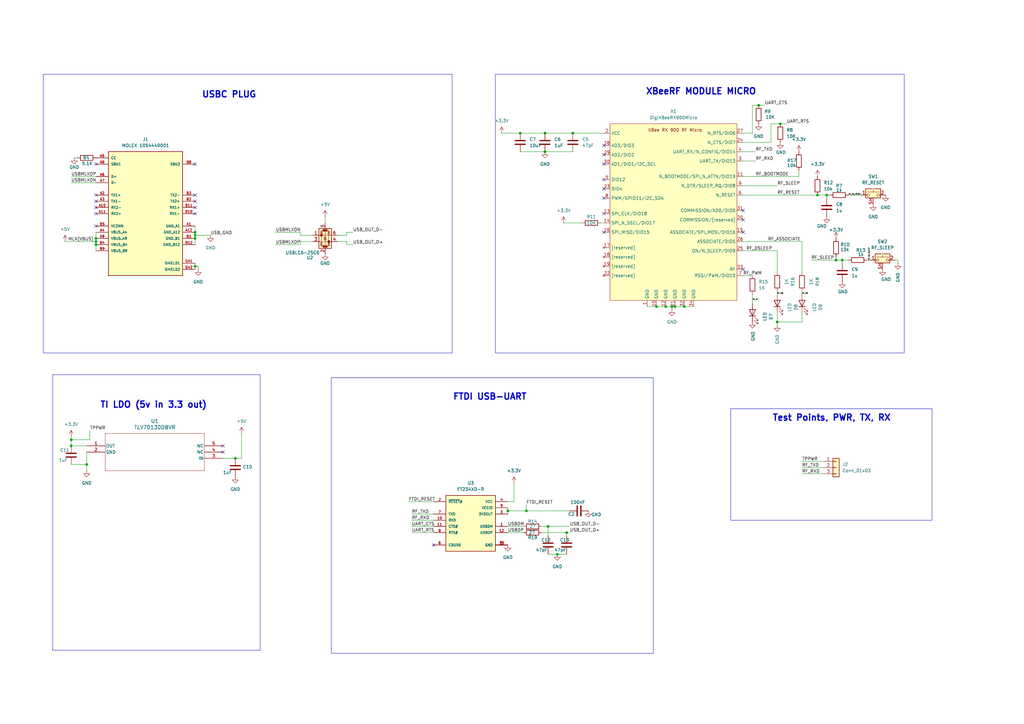
<source format=kicad_sch>
(kicad_sch (version 20231120) (generator "eeschema") (generator_version "8.0")
  (paper "A3")
  (lib_symbols
    (symbol "Connector_Generic:Conn_01x03" (pin_names (offset 1.016) hide)
      (property "Reference" "J" (at 0 5.08 0))
      (property "Value" "Conn_01x03" (at 0 -5.08 0))
      (symbol "Conn_01x03_1_1"
        (rectangle (start -1.27 -2.413) (end 0 -2.667) (stroke (width 0.1524)))
        (rectangle (start -1.27 0.127) (end 0 -0.127) (stroke (width 0.1524)))
        (rectangle (start -1.27 2.667) (end 0 2.413) (stroke (width 0.1524)))
        (rectangle (start -1.27 3.81) (end 1.27 -3.81) (stroke (width 0.254)) (fill (type background)))
        (pin passive line (at -5.08 2.54 0) (length 3.81) (name "Pin_1") (number "1"))
        (pin passive line (at -5.08 0 0) (length 3.81) (name "Pin_2") (number "2"))
        (pin passive line (at -5.08 -2.54 0) (length 3.81) (name "Pin_3") (number "3"))
      )
    )
    (symbol "Device:C" (pin_numbers hide) (pin_names (offset 0.254))
      (property "Reference" "C" (at 0.635 2.54 0))
      (property "Value" "C" (at 0.635 -2.54 0))
      (symbol "C_0_1"
        (polyline (pts (xy -2.032 -0.762) (xy 2.032 -0.762)) (stroke (width 0.508)))
        (polyline (pts (xy -2.032 0.762) (xy 2.032 0.762)) (stroke (width 0.508)))
      )
      (symbol "C_1_1"
        (pin passive line (at 0 3.81 270) (length 2.794) (name "~") (number "1"))
        (pin passive line (at 0 -3.81 90) (length 2.794) (name "~") (number "2"))
      )
    )
    (symbol "Device:LED" (pin_numbers hide) (pin_names (offset 1.016) hide)
      (property "Reference" "D" (at 0 2.54 0))
      (property "Value" "LED" (at 0 -2.54 0))
      (symbol "LED_0_1"
        (polyline (pts (xy -1.27 -1.27) (xy -1.27 1.27)) (stroke (width 0.254)))
        (polyline (pts (xy -1.27 0) (xy 1.27 0)))
        (polyline (pts (xy 1.27 -1.27) (xy 1.27 1.27) (xy -1.27 0) (xy 1.27 -1.27)) (stroke (width 0.254)))
        (polyline (pts (xy -3.048 -0.762) (xy -4.572 -2.286) (xy -3.81 -2.286) (xy -4.572 -2.286) (xy -4.572 -1.524)))
        (polyline (pts (xy -1.778 -0.762) (xy -3.302 -2.286) (xy -2.54 -2.286) (xy -3.302 -2.286) (xy -3.302 -1.524)))
      )
      (symbol "LED_1_1"
        (pin passive line (at -3.81 0 0) (length 2.54) (name "K") (number "1"))
        (pin passive line (at 3.81 0 180) (length 2.54) (name "A") (number "2"))
      )
    )
    (symbol "Device:R" (pin_numbers hide) (pin_names (offset 0))
      (property "Reference" "R" (at 2.032 0 90))
      (property "Value" "R" (at 0 0 90))
      (symbol "R_0_1"
        (rectangle (start -1.016 -2.54) (end 1.016 2.54) (stroke (width 0.254)))
      )
      (symbol "R_1_1"
        (pin passive line (at 0 3.81 270) (length 1.27) (name "~") (number "1"))
        (pin passive line (at 0 -3.81 90) (length 1.27) (name "~") (number "2"))
      )
    )
    (symbol "FTDIBridge:FT234XD-R" (pin_names (offset 1.016))
      (property "Reference" "U" (at -10.16 13.97 0))
      (property "Value" "FT234XD-R" (at -10.16 -11.43 0))
      (symbol "FT234XD-R_0_0"
        (rectangle (start -10.16 -10.16) (end 10.16 12.7) (stroke (width 0.254)) (fill (type background)))
        (pin bidirectional line (at 15.24 0 180) (length 5.08) (name "USBDM") (number "1"))
        (pin input line (at -15.24 2.54 0) (length 5.08) (name "RXD") (number "10"))
        (pin input line (at -15.24 0 0) (length 5.08) (name "CTS#") (number "11"))
        (pin bidirectional line (at 15.24 -2.54 180) (length 5.08) (name "USBDP") (number "12"))
        (pin power_in line (at 15.24 -7.62 180) (length 5.08) (name "GND") (number "13"))
        (pin input line (at -15.24 10.16 0) (length 5.08) (name "~{RESET}#") (number "2"))
        (pin output line (at 15.24 5.08 180) (length 5.08) (name "3V3OUT") (number "3"))
        (pin power_in line (at 15.24 10.16 180) (length 5.08) (name "VCC") (number "4"))
        (pin power_in line (at 15.24 -7.62 180) (length 5.08) (name "GND") (number "5"))
        (pin bidirectional line (at -15.24 -7.62 0) (length 5.08) (name "CBUS0") (number "6"))
        (pin output line (at -15.24 5.08 0) (length 5.08) (name "TXD") (number "7"))
        (pin output line (at -15.24 -2.54 0) (length 5.08) (name "RTS#") (number "8"))
        (pin power_in line (at 15.24 7.62 180) (length 5.08) (name "VCCIO") (number "9"))
      )
    )
    (symbol "FinalLDO:TLV70130DBVR" (pin_names (offset 0.254))
      (property "Reference" "U" (at 27.94 10.16 0))
      (property "Value" "TLV70130DBVR" (at 27.94 7.62 0))
      (symbol "TLV70130DBVR_0_1"
        (polyline (pts (xy 7.62 -10.16) (xy 48.26 -10.16)) (stroke (width 0.127)))
        (polyline (pts (xy 7.62 5.08) (xy 7.62 -10.16)) (stroke (width 0.127)))
        (polyline (pts (xy 48.26 -10.16) (xy 48.26 5.08)) (stroke (width 0.127)))
        (polyline (pts (xy 48.26 5.08) (xy 7.62 5.08)) (stroke (width 0.127)))
        (pin output line (at 0 0 0) (length 7.62) (name "OUT") (number "1"))
        (pin power_in line (at 0 -2.54 0) (length 7.62) (name "GND") (number "2"))
        (pin input line (at 55.88 -5.08 180) (length 7.62) (name "IN") (number "3"))
        (pin unspecified line (at 55.88 -2.54 180) (length 7.62) (name "NC") (number "4"))
        (pin unspecified line (at 55.88 0 180) (length 7.62) (name "NC") (number "5"))
      )
    )
    (symbol "Molex USBC:1054440001" (pin_names (offset 1.016))
      (property "Reference" "J" (at -15.24 26.162 0))
      (property "Value" "1054440001" (at -15.24 -27.94 0))
      (symbol "1054440001_0_0"
        (rectangle (start -15.24 -25.4) (end 15.24 25.4) (stroke (width 0.254)) (fill (type background)))
        (pin power_in line (at 20.32 -5.08 180) (length 5.08) (name "GND_A1") (number "A1"))
        (pin bidirectional line (at -20.32 2.54 0) (length 5.08) (name "RX2-") (number "A10"))
        (pin bidirectional line (at -20.32 0 0) (length 5.08) (name "RX2+") (number "A11"))
        (pin power_in line (at 20.32 -7.62 180) (length 5.08) (name "GND_A12") (number "A12"))
        (pin bidirectional line (at -20.32 7.62 0) (length 5.08) (name "TX1+") (number "A2"))
        (pin bidirectional line (at -20.32 5.08 0) (length 5.08) (name "TX1-") (number "A3"))
        (pin power_in line (at -20.32 -7.62 0) (length 5.08) (name "VBUS_A4") (number "A4"))
        (pin bidirectional line (at -20.32 22.86 0) (length 5.08) (name "CC") (number "A5"))
        (pin bidirectional line (at -20.32 15.24 0) (length 5.08) (name "D+") (number "A6"))
        (pin bidirectional line (at -20.32 12.7 0) (length 5.08) (name "D-") (number "A7"))
        (pin bidirectional line (at -20.32 20.32 0) (length 5.08) (name "SBU1") (number "A8"))
        (pin power_in line (at -20.32 -10.16 0) (length 5.08) (name "VBUS_A9") (number "A9"))
        (pin power_in line (at 20.32 -10.16 180) (length 5.08) (name "GND_B1") (number "B1"))
        (pin bidirectional line (at 20.32 0 180) (length 5.08) (name "RX1-") (number "B10"))
        (pin bidirectional line (at 20.32 2.54 180) (length 5.08) (name "RX1+") (number "B11"))
        (pin power_in line (at 20.32 -12.7 180) (length 5.08) (name "GND_B12") (number "B12"))
        (pin bidirectional line (at 20.32 5.08 180) (length 5.08) (name "TX2+") (number "B2"))
        (pin bidirectional line (at 20.32 7.62 180) (length 5.08) (name "TX2-") (number "B3"))
        (pin power_in line (at -20.32 -12.7 0) (length 5.08) (name "VBUS_B4") (number "B4"))
        (pin power_in line (at -20.32 -5.08 0) (length 5.08) (name "VCONN") (number "B5"))
        (pin bidirectional line (at 20.32 20.32 180) (length 5.08) (name "SBU2") (number "B8"))
        (pin power_in line (at -20.32 -15.24 0) (length 5.08) (name "VBUS_B9") (number "B9"))
        (pin passive line (at 20.32 -20.32 180) (length 5.08) (name "SHIELD1") (number "SH1"))
        (pin passive line (at 20.32 -22.86 180) (length 5.08) (name "SHIELD2") (number "SH2"))
      )
    )
    (symbol "Power_Protection:USBLC6-2SC6" (pin_names hide)
      (property "Reference" "U" (at 0.635 5.715 0))
      (property "Value" "USBLC6-2SC6" (at 0.635 3.81 0))
      (symbol "USBLC6-2SC6_0_0"
        (circle (center -1.524 0) (radius 0.0001) (stroke (width 0.508)))
        (circle (center -0.508 -4.572) (radius 0.0001) (stroke (width 0.508)))
        (circle (center -0.508 2.032) (radius 0.0001) (stroke (width 0.508)))
        (circle (center 0.508 -4.572) (radius 0.0001) (stroke (width 0.508)))
        (circle (center 0.508 2.032) (radius 0.0001) (stroke (width 0.508)))
        (circle (center 1.524 -2.54) (radius 0.0001) (stroke (width 0.508)))
      )
      (symbol "USBLC6-2SC6_0_1"
        (polyline (pts (xy -2.54 -2.54) (xy 2.54 -2.54)))
        (polyline (pts (xy -2.54 0) (xy 2.54 0)))
        (polyline (pts (xy -2.032 -3.048) (xy -1.016 -3.048)))
        (polyline (pts (xy -1.016 1.524) (xy -2.032 1.524)))
        (polyline (pts (xy 1.016 -3.048) (xy 2.032 -3.048)))
        (polyline (pts (xy 1.016 1.524) (xy 2.032 1.524)))
        (polyline (pts (xy -0.508 -1.143) (xy -0.508 -0.762) (xy 0.508 -0.762)))
        (polyline (pts (xy -2.032 0.508) (xy -1.016 0.508) (xy -1.524 1.524) (xy -2.032 0.508)))
        (polyline (pts (xy -1.016 -4.064) (xy -2.032 -4.064) (xy -1.524 -3.048) (xy -1.016 -4.064)))
        (polyline (pts (xy 0.508 -1.778) (xy -0.508 -1.778) (xy 0 -0.762) (xy 0.508 -1.778)))
        (polyline (pts (xy 2.032 -4.064) (xy 1.016 -4.064) (xy 1.524 -3.048) (xy 2.032 -4.064)))
        (polyline (pts (xy 2.032 0.508) (xy 1.016 0.508) (xy 1.524 1.524) (xy 2.032 0.508)))
        (polyline (pts (xy 0 2.54) (xy -0.508 2.032) (xy 0.508 2.032) (xy 0 1.524) (xy 0 -4.064) (xy -0.508 -4.572) (xy 0.508 -4.572) (xy 0 -5.08)))
      )
      (symbol "USBLC6-2SC6_1_1"
        (rectangle (start -2.54 2.794) (end 2.54 -5.334) (stroke (width 0.254)) (fill (type background)))
        (polyline (pts (xy -0.508 2.032) (xy -1.524 2.032) (xy -1.524 -4.572) (xy -0.508 -4.572)))
        (polyline (pts (xy 0.508 -4.572) (xy 1.524 -4.572) (xy 1.524 2.032) (xy 0.508 2.032)))
        (pin passive line (at -5.08 0 0) (length 2.54) (name "I/O1") (number "1"))
        (pin passive line (at 0 -7.62 90) (length 2.54) (name "GND") (number "2"))
        (pin passive line (at -5.08 -2.54 0) (length 2.54) (name "I/O2") (number "3"))
        (pin passive line (at 5.08 -2.54 180) (length 2.54) (name "I/O2") (number "4"))
        (pin passive line (at 0 5.08 270) (length 2.54) (name "VBUS") (number "5"))
        (pin passive line (at 5.08 0 180) (length 2.54) (name "I/O1") (number "6"))
      )
    )
    (symbol "Switch:CK_KMS2xxG" (pin_names (offset 1.016) hide)
      (property "Reference" "SW" (at 4.318 2.032 0))
      (property "Value" "CK_KMS2xxG" (at 0 4.572 0))
      (symbol "CK_KMS2xxG_0_1"
        (circle (center -2.032 0) (radius 0.508))
        (polyline (pts (xy 0 1.27) (xy 0 3.048)))
        (polyline (pts (xy 2.54 1.27) (xy -2.54 1.27)))
        (polyline (pts (xy 0.508 2.54) (xy 3.048 2.54) (xy 3.048 -1.143) (xy -3.048 -1.143) (xy -3.048 2.54) (xy -0.508 2.54)) (stroke (width -0.0254)))
        (polyline (pts (xy 0.508 2.54) (xy 3.048 2.54) (xy 3.048 -1.143) (xy -3.048 -1.143) (xy -3.048 2.54) (xy -0.508 2.54)) (stroke (width 0.254)))
        (circle (center 2.032 0) (radius 0.508))
        (pin passive line (at -5.08 0 0) (length 2.54) (name "1") (number "1"))
        (pin passive line (at 5.08 0 180) (length 2.54) (name "2") (number "2"))
      )
      (symbol "CK_KMS2xxG_1_1"
        (rectangle (start -3.048 2.54) (end 3.048 -1.27) (stroke (width -0.0254)) (fill (type background)))
        (pin passive line (at 0 -3.81 90) (length 2.54) (name "B") (number "SH"))
      )
    )
    (symbol "power:+3.3V" (power) (pin_numbers hide) (pin_names (offset 0) hide)
      (property "Value" "+3.3V" (at 0 3.556 0))
      (symbol "+3.3V_0_1"
        (polyline (pts (xy -0.762 1.27) (xy 0 2.54)))
        (polyline (pts (xy 0 0) (xy 0 2.54)))
        (polyline (pts (xy 0 2.54) (xy 0.762 1.27)))
      )
      (symbol "+3.3V_1_1"
        (pin power_in line (at 0 0 90) (length 0) (name "~") (number "1"))
      )
    )
    (symbol "power:+5V" (power) (pin_numbers hide) (pin_names (offset 0) hide)
      (property "Value" "+5V" (at 0 3.556 0))
      (symbol "+5V_0_1"
        (polyline (pts (xy -0.762 1.27) (xy 0 2.54)))
        (polyline (pts (xy 0 0) (xy 0 2.54)))
        (polyline (pts (xy 0 2.54) (xy 0.762 1.27)))
      )
      (symbol "+5V_1_1"
        (pin power_in line (at 0 0 90) (length 0) (name "~") (number "1"))
      )
    )
    (symbol "power:GND" (power) (pin_numbers hide) (pin_names (offset 0) hide)
      (property "Value" "GND" (at 0 -3.81 0))
      (symbol "GND_0_1"
        (polyline (pts (xy 0 0) (xy 0 -1.27) (xy 1.27 -1.27) (xy 0 -2.54) (xy -1.27 -1.27) (xy 0 -1.27)))
      )
      (symbol "GND_1_1"
        (pin power_in line (at 0 0 270) (length 0) (name "~") (number "1"))
      )
    )
    (symbol "xBeeRFSymbol:DigiXBeeRX900Micro"
      (property "Reference" "X" (at 0 37.338 0))
      (property "Value" "DigiXBeeRX900Micro" (at -17.272 44.196 0))
      (symbol "DigiXBeeRX900Micro_0_0"
        (pin power_in line (at -11.43 -39.37 90) (length 2.54) (name "GND") (number "1"))
        (pin power_in line (at -7.62 -39.37 90) (length 2.54) (name "GND") (number "10"))
        (pin output line (at 27.94 13.97 180) (length 2.54) (name "N_BOOTMODE/SPI_N_ATTN/DIO19") (number "11"))
        (pin power_in line (at -3.81 -39.37 90) (length 2.54) (name "GND") (number "12"))
        (pin input line (at -29.21 -1.27 0) (length 2.54) (name "SPI_CLK/DIO18") (number "13"))
        (pin input line (at -29.21 -5.08 0) (length 2.54) (name "SPI_N_SSEL/DIO17") (number "14"))
        (pin input line (at 27.94 -8.89 180) (length 2.54) (name "ASSOCIATE/SPI_MOSI/DIO16") (number "15"))
        (pin output line (at -29.21 -8.89 0) (length 2.54) (name "SPI_MISO/DIO15") (number "16"))
        (pin no_connect line (at -29.21 -15.24 0) (length 2.54) (name "[reserved]") (number "17"))
        (pin no_connect line (at -29.21 -19.05 0) (length 2.54) (name "[reserved]") (number "18"))
        (pin no_connect line (at -29.21 -22.86 0) (length 2.54) (name "[reserved]") (number "19"))
        (pin power_in line (at -29.21 31.75 0) (length 2.54) (name "VCC") (number "2"))
        (pin input line (at 27.94 -3.81 180) (length 2.54) (name "COMMISSION/[reserved]") (number "20"))
        (pin power_in line (at 0 -39.37 90) (length 2.54) (name "GND") (number "21"))
        (pin no_connect line (at -29.21 -26.67 0) (length 2.54) (name "[reserved]") (number "22"))
        (pin bidirectional line (at -29.21 8.89 0) (length 2.54) (name "DIO4") (number "23"))
        (pin output line (at 27.94 27.94 180) (length 2.54) (name "N_CTS/DIO7") (number "24"))
        (pin output line (at 27.94 -16.51 180) (length 2.54) (name "ON/N_SLEEP/DIO9") (number "25"))
        (pin output line (at 27.94 -12.7 180) (length 2.54) (name "ASSOCIATE/DIO5") (number "26"))
        (pin input line (at 27.94 31.75 180) (length 2.54) (name "N_RTS/DIO6") (number "27"))
        (pin bidirectional line (at -29.21 26.67 0) (length 2.54) (name "AD3/DIO3") (number "28"))
        (pin bidirectional line (at -29.21 22.86 0) (length 2.54) (name "AD2/DIO2") (number "29"))
        (pin bidirectional line (at 27.94 20.32 180) (length 2.54) (name "UART_TX/DIO13") (number "3"))
        (pin bidirectional line (at -29.21 19.05 0) (length 2.54) (name "AD1/DIO1/I2C_SCL") (number "30"))
        (pin input line (at 27.94 0 180) (length 2.54) (name "COMMISSION/AD0/DIO0") (number "31"))
        (pin power_in line (at 3.81 -39.37 90) (length 2.54) (name "GND") (number "32"))
        (pin bidirectional line (at 27.94 -24.13 180) (length 2.54) (name "RF") (number "33"))
        (pin power_in line (at 7.62 -39.37 90) (length 2.54) (name "GND") (number "34"))
        (pin bidirectional line (at 27.94 24.13 180) (length 2.54) (name "UART_RX/N_CONFIG/DIO14") (number "4"))
        (pin bidirectional line (at -29.21 12.7 0) (length 2.54) (name "DIO12") (number "5"))
        (pin input line (at 27.94 6.35 180) (length 2.54) (name "N_RESET") (number "6"))
        (pin bidirectional line (at 27.94 -26.67 180) (length 2.54) (name "RSSI/PWM/DIO10") (number "7"))
        (pin bidirectional line (at -29.21 5.08 0) (length 2.54) (name "PWM/GPIO11/I2C_SDA") (number "8"))
        (pin bidirectional line (at 27.94 10.16 180) (length 2.54) (name "N_DTR/SLEEP_RQ/DIO8") (number "9"))
      )
      (symbol "DigiXBeeRX900Micro_1_1"
        (polyline (pts (xy -2.54 35.56) (xy 25.4 35.56) (xy 25.4 -36.83) (xy -26.67 -36.83) (xy -26.67 35.56) (xy -2.54 35.56)) (fill (type background)))
        (text "XBee RX 900 RF Micro" (at 0 33.02 0) (effects (font (size 1.27 1.27))))
      )
    )
  )
  (junction (at 232.41 218.44))
  (junction (at 339.09 80.01))
  (junction (at 311.15 43.18))
  (junction (at 29.21 180.34))
  (junction (at 213.36 54.61))
  (junction (at 234.95 54.61))
  (junction (at 80.01 109.22))
  (junction (at 345.44 106.68))
  (junction (at 29.21 182.88))
  (junction (at 223.52 62.23))
  (junction (at 80.01 97.79))
  (junction (at 275.59 125.73))
  (junction (at 80.01 96.52))
  (junction (at 276.86 125.73))
  (junction (at 223.52 54.61))
  (junction (at 335.28 80.01))
  (junction (at 215.9 209.55))
  (junction (at 39.37 100.33))
  (junction (at 80.01 95.25))
  (junction (at 342.9 106.68))
  (junction (at 273.05 125.73))
  (junction (at 96.52 187.96))
  (junction (at 269.24 125.73))
  (junction (at 208.28 209.55))
  (junction (at 280.67 125.73))
  (junction (at 228.6 227.33))
  (junction (at 39.37 99.06))
  (junction (at 318.77 132.08))
  (junction (at 224.79 215.9))
  (junction (at 35.56 190.5))
  (junction (at 39.37 97.79))
  (junction (at 320.04 50.8))
  (no_connect (at 247.65 81.28))
  (no_connect (at 39.37 80.01))
  (no_connect (at 39.37 85.09))
  (no_connect (at 80.01 87.63))
  (no_connect (at 80.01 85.09))
  (no_connect (at 247.65 73.66))
  (no_connect (at 39.37 82.55))
  (no_connect (at 247.65 77.47))
  (no_connect (at 39.37 87.63))
  (no_connect (at 304.8 86.36))
  (no_connect (at 247.65 63.5))
  (no_connect (at 247.65 59.69))
  (no_connect (at 39.37 92.71))
  (no_connect (at 80.01 67.31))
  (no_connect (at 91.44 182.88))
  (no_connect (at 247.65 87.63))
  (no_connect (at 304.8 90.17))
  (no_connect (at 247.65 67.31))
  (no_connect (at 247.65 95.25))
  (no_connect (at 80.01 80.01))
  (no_connect (at 304.8 110.49))
  (no_connect (at 304.8 95.25))
  (no_connect (at 177.8 223.52))
  (no_connect (at 39.37 67.31))
  (no_connect (at 91.44 185.42))
  (no_connect (at 80.01 82.55))
  (wire (pts (xy 133.35 88.9) (xy 133.35 91.44)))
  (wire (pts (xy 39.37 99.06) (xy 39.37 100.33)))
  (wire (pts (xy 320.04 50.8) (xy 322.58 50.8)))
  (wire (pts (xy 304.8 76.2) (xy 318.77 76.2)))
  (wire (pts (xy 167.64 205.74) (xy 177.8 205.74)))
  (wire (pts (xy 318.77 133.35) (xy 318.77 132.08)))
  (wire (pts (xy 123.19 99.06) (xy 128.27 99.06)))
  (wire (pts (xy 35.56 193.04) (xy 35.56 190.5)))
  (wire (pts (xy 328.93 119.38) (xy 328.93 120.65)))
  (wire (pts (xy 80.01 96.52) (xy 86.36 96.52)))
  (wire (pts (xy 318.77 102.87) (xy 318.77 111.76)))
  (wire (pts (xy 80.01 109.22) (xy 81.28 109.22)))
  (wire (pts (xy 29.21 180.34) (xy 29.21 182.88)))
  (wire (pts (xy 234.95 54.61) (xy 247.65 54.61)))
  (wire (pts (xy 342.9 105.41) (xy 342.9 106.68)))
  (wire (pts (xy 142.24 96.52) (xy 142.24 95.25)))
  (wire (pts (xy 215.9 207.01) (xy 215.9 209.55)))
  (wire (pts (xy 345.44 106.68) (xy 345.44 107.95)))
  (wire (pts (xy 304.8 66.04) (xy 309.88 66.04)))
  (wire (pts (xy 29.21 180.34) (xy 36.83 180.34)))
  (wire (pts (xy 168.91 215.9) (xy 177.8 215.9)))
  (wire (pts (xy 224.79 227.33) (xy 228.6 227.33)))
  (wire (pts (xy 328.93 99.06) (xy 328.93 111.76)))
  (wire (pts (xy 205.74 54.61) (xy 213.36 54.61)))
  (wire (pts (xy 228.6 227.33) (xy 232.41 227.33)))
  (wire (pts (xy 223.52 54.61) (xy 234.95 54.61)))
  (wire (pts (xy 232.41 218.44) (xy 233.68 218.44)))
  (wire (pts (xy 316.23 50.8) (xy 316.23 58.42)))
  (wire (pts (xy 208.28 218.44) (xy 214.63 218.44)))
  (wire (pts (xy 345.44 106.68) (xy 347.98 106.68)))
  (wire (pts (xy 208.28 205.74) (xy 210.82 205.74)))
  (wire (pts (xy 246.38 91.44) (xy 247.65 91.44)))
  (wire (pts (xy 304.8 113.03) (xy 308.61 113.03)))
  (wire (pts (xy 80.01 109.22) (xy 80.01 110.49)))
  (wire (pts (xy 327.66 69.85) (xy 327.66 72.39)))
  (wire (pts (xy 328.93 189.23) (xy 337.82 189.23)))
  (wire (pts (xy 142.24 100.33) (xy 142.24 99.06)))
  (wire (pts (xy 308.61 54.61) (xy 304.8 54.61)))
  (wire (pts (xy 113.03 100.33) (xy 123.19 100.33)))
  (wire (pts (xy 81.28 109.22) (xy 81.28 110.49)))
  (wire (pts (xy 123.19 100.33) (xy 123.19 99.06)))
  (wire (pts (xy 113.03 95.25) (xy 123.19 95.25)))
  (wire (pts (xy 142.24 99.06) (xy 138.43 99.06)))
  (wire (pts (xy 308.61 120.65) (xy 308.61 124.46)))
  (wire (pts (xy 275.59 125.73) (xy 275.59 127)))
  (wire (pts (xy 367.03 106.68) (xy 368.3 106.68)))
  (wire (pts (xy 80.01 96.52) (xy 80.01 97.79)))
  (wire (pts (xy 29.21 190.5) (xy 35.56 190.5)))
  (wire (pts (xy 208.28 208.28) (xy 208.28 209.55)))
  (wire (pts (xy 368.3 107.95) (xy 368.3 106.68)))
  (wire (pts (xy 222.25 218.44) (xy 232.41 218.44)))
  (wire (pts (xy 138.43 96.52) (xy 142.24 96.52)))
  (wire (pts (xy 304.8 80.01) (xy 335.28 80.01)))
  (wire (pts (xy 339.09 80.01) (xy 339.09 81.28)))
  (wire (pts (xy 123.19 96.52) (xy 128.27 96.52)))
  (wire (pts (xy 168.91 210.82) (xy 177.8 210.82)))
  (wire (pts (xy 304.8 99.06) (xy 328.93 99.06)))
  (wire (pts (xy 318.77 132.08) (xy 328.93 132.08)))
  (wire (pts (xy 39.37 95.25) (xy 39.37 97.79)))
  (wire (pts (xy 39.37 100.33) (xy 39.37 102.87)))
  (wire (pts (xy 231.14 91.44) (xy 238.76 91.44)))
  (wire (pts (xy 304.8 72.39) (xy 327.66 72.39)))
  (wire (pts (xy 308.61 43.18) (xy 308.61 54.61)))
  (wire (pts (xy 347.98 80.01) (xy 353.06 80.01)))
  (wire (pts (xy 269.24 125.73) (xy 273.05 125.73)))
  (wire (pts (xy 123.19 95.25) (xy 123.19 96.52)))
  (wire (pts (xy 224.79 215.9) (xy 224.79 219.71)))
  (wire (pts (xy 35.56 185.42) (xy 35.56 190.5)))
  (wire (pts (xy 311.15 43.18) (xy 313.69 43.18)))
  (wire (pts (xy 316.23 58.42) (xy 304.8 58.42)))
  (wire (pts (xy 265.43 125.73) (xy 269.24 125.73)))
  (wire (pts (xy 80.01 92.71) (xy 80.01 95.25)))
  (wire (pts (xy 210.82 198.12) (xy 210.82 205.74)))
  (wire (pts (xy 232.41 218.44) (xy 232.41 219.71)))
  (wire (pts (xy 276.86 125.73) (xy 280.67 125.73)))
  (wire (pts (xy 80.01 97.79) (xy 80.01 100.33)))
  (wire (pts (xy 80.01 95.25) (xy 80.01 96.52)))
  (wire (pts (xy 356.87 106.68) (xy 355.6 106.68)))
  (wire (pts (xy 142.24 100.33) (xy 144.78 100.33)))
  (wire (pts (xy 80.01 107.95) (xy 80.01 109.22)))
  (wire (pts (xy 308.61 43.18) (xy 311.15 43.18)))
  (wire (pts (xy 342.9 106.68) (xy 345.44 106.68)))
  (wire (pts (xy 91.44 187.96) (xy 96.52 187.96)))
  (wire (pts (xy 304.8 102.87) (xy 318.77 102.87)))
  (wire (pts (xy 223.52 62.23) (xy 234.95 62.23)))
  (wire (pts (xy 318.77 119.38) (xy 318.77 120.65)))
  (wire (pts (xy 316.23 50.8) (xy 320.04 50.8)))
  (wire (pts (xy 29.21 182.88) (xy 35.56 182.88)))
  (wire (pts (xy 168.91 218.44) (xy 177.8 218.44)))
  (wire (pts (xy 29.21 179.07) (xy 29.21 180.34)))
  (wire (pts (xy 328.93 191.77) (xy 337.82 191.77)))
  (wire (pts (xy 30.48 64.77) (xy 31.75 64.77)))
  (wire (pts (xy 224.79 215.9) (xy 233.68 215.9)))
  (wire (pts (xy 222.25 215.9) (xy 224.79 215.9)))
  (wire (pts (xy 26.67 99.06) (xy 39.37 99.06)))
  (wire (pts (xy 96.52 187.96) (xy 99.06 187.96)))
  (wire (pts (xy 335.28 80.01) (xy 339.09 80.01)))
  (wire (pts (xy 304.8 62.23) (xy 309.88 62.23)))
  (wire (pts (xy 213.36 54.61) (xy 223.52 54.61)))
  (wire (pts (xy 142.24 95.25) (xy 144.78 95.25)))
  (wire (pts (xy 208.28 209.55) (xy 208.28 210.82)))
  (wire (pts (xy 168.91 213.36) (xy 177.8 213.36)))
  (wire (pts (xy 275.59 125.73) (xy 276.86 125.73)))
  (wire (pts (xy 208.28 209.55) (xy 215.9 209.55)))
  (wire (pts (xy 280.67 125.73) (xy 284.48 125.73)))
  (wire (pts (xy 208.28 215.9) (xy 214.63 215.9)))
  (wire (pts (xy 99.06 177.8) (xy 99.06 187.96)))
  (wire (pts (xy 213.36 62.23) (xy 223.52 62.23)))
  (wire (pts (xy 36.83 176.53) (xy 36.83 180.34)))
  (wire (pts (xy 29.21 74.93) (xy 39.37 74.93)))
  (wire (pts (xy 328.93 194.31) (xy 337.82 194.31)))
  (wire (pts (xy 318.77 132.08) (xy 318.77 128.27)))
  (wire (pts (xy 39.37 97.79) (xy 39.37 99.06)))
  (wire (pts (xy 332.74 106.68) (xy 342.9 106.68)))
  (wire (pts (xy 328.93 132.08) (xy 328.93 128.27)))
  (wire (pts (xy 215.9 209.55) (xy 233.68 209.55)))
  (wire (pts (xy 339.09 80.01) (xy 340.36 80.01)))
  (wire (pts (xy 29.21 72.39) (xy 39.37 72.39)))
  (wire (pts (xy 273.05 125.73) (xy 275.59 125.73)))
  (rectangle (start 203.2 30.48) (end 370.84 144.78))
  (rectangle (start 299.72 167.64) (end 382.27 213.36))
  (rectangle (start 21.59 153.67) (end 106.68 266.7))
  (rectangle (start 135.89 154.94) (end 267.97 267.97))
  (rectangle (start 17.78 30.48) (end 185.42 144.78))
  (text "FTDI USB-UART" (at 200.914 162.814 0) (effects (font (size 2.54 2.54) (thickness 0.508) (bold yes))))
  (text "Test Points, PWR, TX, RX" (at 341.122 171.45 0) (effects (font (size 2.54 2.54) (thickness 0.508) (bold yes))))
  (text "TI LDO (5v in 3.3 out)" (at 62.992 166.116 0) (effects (font (size 2.54 2.54) (thickness 0.508) (bold yes))))
  (text "XBeeRF MODULE MICRO" (at 287.528 37.592 0) (effects (font (size 2.54 2.54) (thickness 0.508) (bold yes))))
  (text "USBC PLUG" (at 93.98 38.862 0) (effects (font (size 2.54 2.54) (thickness 0.508) (bold yes))))
  (label "USBDM" (at 208.28 215.9 0))
  (label "RF_TXD" (at 309.88 62.23 0))
  (label "RF_TXD" (at 168.91 210.82 0))
  (label "UART_RTS" (at 322.58 50.8 0))
  (label "RF_SW_SLEEP" (at 356.87 106.68 90) (effects (font (size 0.508 0.508))))
  (label "TPPWR" (at 328.93 189.23 0))
  (label "USB_OUT_D+" (at 144.78 100.33 0))
  (label "RF_D9" (at 328.93 120.65 0) (effects (font (size 0.508 0.508))))
  (label "FTDI_RESET" (at 215.9 207.01 0))
  (label "UART_CTS" (at 168.91 215.9 0))
  (label "USBMLXDP" (at 29.21 72.39 0))
  (label "RF_PWM" (at 304.8 113.03 0))
  (label "RF_SLEEP" (at 332.74 106.68 0))
  (label "USB_OUT_D-" (at 233.68 215.9 0))
  (label "USB_GND" (at 86.36 96.52 0))
  (label "UART_CTS" (at 313.69 43.18 0))
  (label "USB_OUT_D-" (at 144.78 95.25 0))
  (label "USBDP" (at 208.28 218.44 0))
  (label "USB_OUT_D+" (at 233.68 218.44 0))
  (label "RF_D7" (at 308.61 123.19 0) (effects (font (size 0.508 0.508))))
  (label "RF_RESET" (at 318.77 80.01 0))
  (label "FTDI_RESET" (at 167.64 205.74 0))
  (label "TPPWR" (at 36.83 176.53 0))
  (label "RF_SW_RESET" (at 347.98 80.01 0) (effects (font (size 0.508 0.508))))
  (label "RF_RXD" (at 309.88 66.04 0))
  (label "RF_SLEEP" (at 318.77 76.2 0))
  (label "RF_BOOTMODE" (at 309.88 72.39 0))
  (label "MLX(VBUS)" (at 27.94 99.06 0))
  (label "RF_DSLEEP" (at 306.07 102.87 0))
  (label "USBMLXDN" (at 113.03 95.25 0))
  (label "USBMLXDN" (at 29.21 74.93 0))
  (label "USBMLXDP" (at 113.03 100.33 0))
  (label "RF_D8" (at 318.77 120.65 0) (effects (font (size 0.508 0.508))))
  (label "RF_ASSOCIATE" (at 314.96 99.06 0))
  (label "RF_RXD" (at 328.93 194.31 0))
  (label "RF_TXD" (at 328.93 191.77 0))
  (label "RF_RXD" (at 168.91 213.36 0))
  (label "UART_RTS" (at 168.91 218.44 0))
  (symbol (lib_id "Device:R") (at 35.56 64.77 270) (unit 1)
    (property "Reference" "R4" (at 34.036 64.77 90) (effects (justify left)))
    (property "Value" "5.1K" (at 33.528 67.056 90) (effects (justify left)))
    (property "Footprint" "Resistor_SMD:R_0805_2012Metric" (effects (hide yes)))
    (property "Description" "Resistor" (effects (hide yes)))
  )
  (symbol (lib_id "power:GND") (at 228.6 227.33 0) (unit 1)
    (property "Reference" "#PWR018" (effects (hide yes)))
    (property "Value" "GND" (at 228.6 232.41 0))
    (property "Description" "Power symbol creates a global label with name \"GND\" , ground" (effects (hide yes)))
  )
  (symbol (lib_id "power:GND") (at 318.77 133.35 0) (unit 1)
    (property "Reference" "#PWR025" (effects (hide yes)))
    (property "Value" "GND" (at 318.7701 137.16 90) (effects (justify right)))
    (property "Description" "Power symbol creates a global label with name \"GND\" , ground" (effects (hide yes)))
  )
  (symbol (lib_id "power:+3.3V") (at 342.9 97.79 0) (unit 1)
    (property "Reference" "#PWR030" (effects (hide yes)))
    (property "Value" "+3.3V" (at 342.9 94.234 0))
    (property "Description" "Power symbol creates a global label with name \"+3.3V\"" (effects (hide yes)))
  )
  (symbol (lib_id "power:+3.3V") (at 335.28 72.39 0) (unit 1)
    (property "Reference" "#PWR010" (effects (hide yes)))
    (property "Value" "+3.3V" (at 335.28 67.31 0))
    (property "Description" "Power symbol creates a global label with name \"+3.3V\"" (effects (hide yes)))
  )
  (symbol (lib_id "Device:R") (at 351.79 106.68 90) (unit 1)
    (property "Reference" "R13" (at 353.06 102.616 90))
    (property "Value" "1k" (at 353.06 104.394 90))
    (property "Footprint" "Resistor_SMD:R_0805_2012Metric" (effects (hide yes)))
    (property "Description" "NRSET Pull Up" (effects (hide yes)))
    (property "Mouser Part Number" "71-CRCW08051K00FKEAC" (effects (hide yes)))
    (property "Link" "https://www.mouser.com/ProductDetail/Vishay-Dale/CRCW08051K00FKEAC?qs=CZ6xfwOSLTXmQIgaYvN%2FBA%3D%3D&utm_id=8791529225&gad_source=1&gclid=CjwKCAiAhP67BhAVEiwA2E_9g5nGjZLAmTH7WDE3r5fiVtQx2xy1kMlfHgZJiGjKp7E_lflLsUiKMxoChNQQAvD_BwE" (effects (hide yes)))
    (property "P/N" "CRCW08051K00FKEAC" (effects (hide yes)))
  )
  (symbol (lib_id "power:GND") (at 81.28 110.49 0) (unit 1)
    (property "Reference" "#PWR034" (effects (hide yes)))
    (property "Value" "GND" (at 81.28 115.57 0))
    (property "Description" "Power symbol creates a global label with name \"GND\" , ground" (effects (hide yes)))
  )
  (symbol (lib_id "power:GND") (at 320.04 58.42 0) (unit 1)
    (property "Reference" "#PWR023" (effects (hide yes)))
    (property "Value" "GND" (at 320.294 62.484 0))
    (property "Description" "Power symbol creates a global label with name \"GND\" , ground" (effects (hide yes)))
  )
  (symbol (lib_id "FinalLDO:TLV70130DBVR") (at 35.56 182.88 0) (unit 1)
    (property "Reference" "U1" (at 63.5 172.72 0) (effects (font (size 1.524 1.524))))
    (property "Value" "TLV70130DBVR" (at 63.5 175.26 0) (effects (font (size 1.524 1.524))))
    (property "Footprint" "rfReciever-Footprints:DBV5" (effects (hide yes)))
    (property "Datasheet" "TLV70130DBVR" (effects (hide yes)))
  )
  (symbol (lib_id "Device:R") (at 218.44 218.44 90) (unit 1)
    (property "Reference" "R19" (at 218.44 220.472 90))
    (property "Value" "27" (at 218.186 218.44 90))
    (property "Footprint" "Resistor_SMD:R_0805_2012Metric" (effects (hide yes)))
    (property "Description" "Resistor" (effects (hide yes)))
  )
  (symbol (lib_id "Device:R") (at 344.17 80.01 90) (unit 1)
    (property "Reference" "R7" (at 344.17 76.2 90))
    (property "Value" "1k" (at 344.17 77.978 90))
    (property "Footprint" "Resistor_SMD:R_0805_2012Metric" (effects (hide yes)))
    (property "Description" "NRSET Pull Up" (effects (hide yes)))
    (property "Mouser Part Number" "71-CRCW08051K00FKEAC" (effects (hide yes)))
    (property "Link" "https://www.mouser.com/ProductDetail/Vishay-Dale/CRCW08051K00FKEAC?qs=CZ6xfwOSLTXmQIgaYvN%2FBA%3D%3D&utm_id=8791529225&gad_source=1&gclid=CjwKCAiAhP67BhAVEiwA2E_9g5nGjZLAmTH7WDE3r5fiVtQx2xy1kMlfHgZJiGjKp7E_lflLsUiKMxoChNQQAvD_BwE" (effects (hide yes)))
    (property "P/N" "CRCW08051K00FKEAC" (effects (hide yes)))
  )
  (symbol (lib_id "FTDIBridge:FT234XD-R") (at 193.04 215.9 0) (unit 1)
    (property "Reference" "U3" (at 193.04 198.12 0))
    (property "Value" "FT234XD-R" (at 193.04 200.66 0))
    (property "Footprint" "rfReciever-Footprints:SON45P300X300X80-13N" (effects (hide yes)))
    (property "Datasheet" "https://www.ftdichip.com/Support/Documents/DataSheets/ICs/DS_FT234XD.pdf" (effects (hide yes)))
    (property "MF" "FTDI," (effects (hide yes)))
    (property "MAXIMUM_PACKAGE_HEIGHT" "0.8mm" (effects (hide yes)))
    (property "Package" "DFN-12 FTDI" (effects (hide yes)))
    (property "Price" "None" (effects (hide yes)))
    (property "Check_prices" "https://www.snapeda.com/parts/FT234XD-R/FTDI/view-part/?ref=eda" (effects (hide yes)))
    (property "STANDARD" "IPC-7351B" (effects (hide yes)))
    (property "PARTREV" "Version 1.2" (effects (hide yes)))
    (property "SnapEDA_Link" "https://www.snapeda.com/parts/FT234XD-R/FTDI/view-part/?ref=snap" (effects (hide yes)))
    (property "MP" "FT234XD-R" (effects (hide yes)))
    (property "Description_1" "\n                        \n                            USB Bridge, USB to UART USB 2.0 UART Interface 12-DFN (3x3)\n                        \n" (effects (hide yes)))
    (property "Availability" "In Stock" (effects (hide yes)))
    (property "MANUFACTURER" "FTDI" (effects (hide yes)))
  )
  (symbol (lib_id "power:GND") (at 308.61 132.08 0) (unit 1)
    (property "Reference" "#PWR024" (effects (hide yes)))
    (property "Value" "GND" (at 308.864 135.89 90) (effects (justify right)))
    (property "Description" "Power symbol creates a global label with name \"GND\" , ground" (effects (hide yes)))
  )
  (symbol (lib_id "power:GND") (at 339.09 88.9 0) (unit 1)
    (property "Reference" "#PWR01" (effects (hide yes)))
    (property "Value" "GND" (at 339.0901 92.71 0) (effects (justify right)))
    (property "Description" "Power symbol creates a global label with name \"GND\" , ground" (effects (hide yes)))
  )
  (symbol (lib_id "Device:C") (at 29.21 186.69 0) (unit 1)
    (property "Reference" "C11" (at 24.638 184.658 0) (effects (justify left)))
    (property "Value" "1uF" (at 24.13 188.722 0) (effects (justify left)))
    (property "Footprint" "Capacitor_SMD:C_0805_2012Metric" (effects (hide yes)))
    (property "Description" "Unpolarized capacitor" (effects (hide yes)))
  )
  (symbol (lib_id "power:GND") (at 311.15 50.8 0) (unit 1)
    (property "Reference" "#PWR021" (effects (hide yes)))
    (property "Value" "GND" (at 311.15 55.88 0))
    (property "Description" "Power symbol creates a global label with name \"GND\" , ground" (effects (hide yes)))
  )
  (symbol (lib_id "Device:C") (at 96.52 191.77 0) (unit 1)
    (property "Reference" "C10" (at 99.568 191.516 0) (effects (justify left)))
    (property "Value" "1uF" (at 91.44 193.802 0) (effects (justify left)))
    (property "Footprint" "Capacitor_SMD:C_0805_2012Metric" (effects (hide yes)))
    (property "Description" "Unpolarized capacitor" (effects (hide yes)))
  )
  (symbol (lib_id "power:GND") (at 363.22 80.01 0) (unit 1)
    (property "Reference" "#PWR05" (effects (hide yes)))
    (property "Value" "GND" (at 363.22 85.09 0))
    (property "Description" "Power symbol creates a global label with name \"GND\" , ground" (effects (hide yes)))
  )
  (symbol (lib_id "Device:C") (at 223.52 58.42 0) (unit 1)
    (property "Reference" "C6" (at 227.33 57.1499 0) (effects (justify left)))
    (property "Value" "1uF" (at 227.33 59.6899 0) (effects (justify left)))
    (property "Footprint" "Capacitor_SMD:C_0805_2012Metric" (effects (hide yes)))
    (property "Description" "Unpolarized capacitor" (effects (hide yes)))
  )
  (symbol (lib_id "power:GND") (at 35.56 193.04 0) (unit 1)
    (property "Reference" "#PWR022" (effects (hide yes)))
    (property "Value" "GND" (at 35.56 198.12 0))
    (property "Description" "Power symbol creates a global label with name \"GND\" , ground" (effects (hide yes)))
  )
  (symbol (lib_id "Device:R") (at 218.44 215.9 90) (unit 1)
    (property "Reference" "R14" (at 218.44 213.868 90))
    (property "Value" "27" (at 218.44 215.9 90))
    (property "Footprint" "Resistor_SMD:R_0805_2012Metric" (effects (hide yes)))
    (property "Description" "Resistor" (effects (hide yes)))
  )
  (symbol (lib_id "power:GND") (at 275.59 127 0) (unit 1)
    (property "Reference" "#PWR019" (effects (hide yes)))
    (property "Value" "GND" (at 275.59 132.08 0))
    (property "Description" "Power symbol creates a global label with name \"GND\" , ground" (effects (hide yes)))
  )
  (symbol (lib_id "Switch:CK_KMS2xxG") (at 358.14 80.01 0) (unit 1)
    (property "Reference" "SW1" (at 358.14 72.39 0))
    (property "Value" "RF_RESET" (at 358.14 74.93 0))
    (property "Footprint" "Button_Switch_SMD:SW_SPST_CK_KMS2xxGP" (effects (hide yes)))
    (property "Datasheet" "https://www.ckswitches.com/media/1482/kms.pdf" (effects (hide yes)))
    (property "Description" "Microminiature SMT Side Actuated, 4.2 x 2.8 x 1.42mm, without pegs, with shield pin" (effects (hide yes)))
  )
  (symbol (lib_id "Device:C") (at 234.95 58.42 0) (unit 1)
    (property "Reference" "C5" (at 238.76 57.1499 0) (effects (justify left)))
    (property "Value" "47pF" (at 238.76 59.6899 0) (effects (justify left)))
    (property "Footprint" "Capacitor_SMD:C_0805_2012Metric" (effects (hide yes)))
    (property "Description" "Unpolarized capacitor" (effects (hide yes)))
  )
  (symbol (lib_id "Device:R") (at 311.15 46.99 0) (unit 1)
    (property "Reference" "R9" (at 313.436 45.72 0) (effects (justify left)))
    (property "Value" "10K" (at 313.944 48.006 0) (effects (justify left)))
    (property "Footprint" "Resistor_SMD:R_0805_2012Metric" (effects (hide yes)))
    (property "Description" "Resistor" (effects (hide yes)))
  )
  (symbol (lib_id "power:GND") (at 30.48 64.77 0) (unit 1)
    (property "Reference" "#PWR015" (effects (hide yes)))
    (property "Value" "GND" (at 30.48 68.58 0))
    (property "Description" "Power symbol creates a global label with name \"GND\" , ground" (effects (hide yes)))
  )
  (symbol (lib_id "power:+5V") (at 133.35 88.9 0) (unit 1)
    (property "Reference" "#PWR07" (effects (hide yes)))
    (property "Value" "+5V" (at 133.35 83.82 0))
    (property "Description" "Power symbol creates a global label with name \"+5V\"" (effects (hide yes)))
  )
  (symbol (lib_id "power:+5V") (at 26.67 99.06 0) (unit 1)
    (property "Reference" "#PWR04" (effects (hide yes)))
    (property "Value" "+5V" (at 26.67 93.98 0))
    (property "Description" "Power symbol creates a global label with name \"+5V\"" (effects (hide yes)))
  )
  (symbol (lib_id "Device:R") (at 335.28 76.2 0) (unit 1)
    (property "Reference" "R12" (at 337.82 74.9299 0) (effects (justify left)))
    (property "Value" "10k" (at 337.82 77.4699 0) (effects (justify left)))
    (property "Footprint" "Resistor_SMD:R_0805_2012Metric" (effects (hide yes)))
    (property "Description" "Resistor" (effects (hide yes)))
  )
  (symbol (lib_id "Connector_Generic:Conn_01x03") (at 342.9 191.77 0) (unit 1)
    (property "Reference" "J2" (at 345.44 190.4999 0) (effects (justify left)))
    (property "Value" "Conn_01x03" (at 345.44 193.0399 0) (effects (justify left)))
    (property "Footprint" "Connector_PinHeader_2.54mm:PinHeader_1x03_P2.54mm_Vertical" (effects (hide yes)))
    (property "Description" "Generic connector, single row, 01x03, script generated (kicad-library-utils/schlib/autogen/connector/)" (effects (hide yes)))
  )
  (symbol (lib_id "Switch:CK_KMS2xxG") (at 361.95 106.68 0) (unit 1)
    (property "Reference" "SW2" (at 361.95 99.06 0))
    (property "Value" "RF_SLEEP" (at 361.95 101.6 0))
    (property "Footprint" "Button_Switch_SMD:SW_SPST_CK_KMS2xxGP" (effects (hide yes)))
    (property "Datasheet" "https://www.ckswitches.com/media/1482/kms.pdf" (effects (hide yes)))
    (property "Description" "Microminiature SMT Side Actuated, 4.2 x 2.8 x 1.42mm, without pegs, with shield pin" (effects (hide yes)))
  )
  (symbol (lib_id "power:GND") (at 208.28 223.52 0) (unit 1)
    (property "Reference" "#PWR036" (effects (hide yes)))
    (property "Value" "GND" (at 208.28 228.6 0))
    (property "Description" "Power symbol creates a global label with name \"GND\" , ground" (effects (hide yes)))
  )
  (symbol (lib_id "power:GND") (at 358.14 83.82 0) (unit 1)
    (property "Reference" "#PWR06" (effects (hide yes)))
    (property "Value" "GND" (at 358.14 88.9 0))
    (property "Description" "Power symbol creates a global label with name \"GND\" , ground" (effects (hide yes)))
  )
  (symbol (lib_id "power:GND") (at 241.3 209.55 0) (unit 1)
    (property "Reference" "#PWR02" (effects (hide yes)))
    (property "Value" "GND" (at 244.602 211.074 0))
    (property "Description" "Power symbol creates a global label with name \"GND\" , ground" (effects (hide yes)))
  )
  (symbol (lib_id "Device:R") (at 242.57 91.44 90) (unit 1)
    (property "Reference" "R11" (at 242.57 88.9 90))
    (property "Value" "10K" (at 242.57 91.44 90))
    (property "Footprint" "Resistor_SMD:R_0805_2012Metric" (effects (hide yes)))
    (property "Description" "Resistor" (effects (hide yes)))
  )
  (symbol (lib_id "power:GND") (at 86.36 96.52 0) (unit 1)
    (property "Reference" "#PWR035" (effects (hide yes)))
    (property "Value" "GND" (at 86.36 101.6 0))
    (property "Description" "Power symbol creates a global label with name \"GND\" , ground" (effects (hide yes)))
  )
  (symbol (lib_id "power:+5V") (at 99.06 177.8 0) (unit 1)
    (property "Reference" "#PWR013" (effects (hide yes)))
    (property "Value" "+5V" (at 99.06 172.72 0))
    (property "Description" "Power symbol creates a global label with name \"+5V\"" (effects (hide yes)))
  )
  (symbol (lib_id "power:+3.3V") (at 327.66 62.23 0) (unit 1)
    (property "Reference" "#PWR09" (effects (hide yes)))
    (property "Value" "+3.3V" (at 327.66 57.15 0))
    (property "Description" "Power symbol creates a global label with name \"+3.3V\"" (effects (hide yes)))
  )
  (symbol (lib_id "power:+3.3V") (at 29.21 179.07 0) (unit 1)
    (property "Reference" "#PWR020" (effects (hide yes)))
    (property "Value" "+3.3V" (at 29.21 173.99 0))
    (property "Description" "Power symbol creates a global label with name \"+3.3V\"" (effects (hide yes)))
  )
  (symbol (lib_id "xBeeRFSymbol:DigiXBeeRX900Micro") (at 276.86 86.36 0) (unit 1)
    (property "Reference" "X1" (at 276.225 45.72 0))
    (property "Value" "DigiXBeeRX900Micro" (at 276.225 48.26 0))
    (property "Footprint" "rfReciever-Footprints:XBeeXR900RFMicro" (effects (hide yes)))
    (property "Datasheet" "https://fcc.report/FCC-ID/MCQ-XB9XR/7222310.pdf" (effects (hide yes)))
  )
  (symbol (lib_id "power:+3.3V") (at 210.82 198.12 0) (unit 1)
    (property "Reference" "#PWR026" (effects (hide yes)))
    (property "Value" "+3.3V" (at 210.82 193.04 0))
    (property "Description" "Power symbol creates a global label with name \"+3.3V\"" (effects (hide yes)))
  )
  (symbol (lib_id "Power_Protection:USBLC6-2SC6") (at 133.35 96.52 0) (unit 1)
    (property "Reference" "U2" (at 125.73 105.664 0) (effects (justify left)))
    (property "Value" "USBLC6-2SC6" (at 117.094 103.632 0) (effects (justify left)))
    (property "Footprint" "Package_TO_SOT_SMD:SOT-23-6" (effects (hide yes)))
    (property "Datasheet" "https://www.st.com/resource/en/datasheet/usblc6-2.pdf" (effects (hide yes)))
    (property "Description" "Very low capacitance ESD protection diode, 2 data-line, SOT-23-6" (effects (hide yes)))
  )
  (symbol (lib_id "Device:LED") (at 308.61 128.27 90) (unit 1)
    (property "Reference" "D7" (at 316.23 129.8575 0))
    (property "Value" "LED" (at 313.69 129.8575 0))
    (property "Footprint" "LED_SMD:LED_0805_2012Metric" (effects (hide yes)))
    (property "Description" "Light emitting diode" (effects (hide yes)))
  )
  (symbol (lib_id "Device:R") (at 318.77 115.57 0) (unit 1)
    (property "Reference" "R16" (at 325.12 115.57 90))
    (property "Value" "1K" (at 322.58 115.57 90))
    (property "Footprint" "Resistor_SMD:R_0805_2012Metric" (effects (hide yes)))
    (property "Description" "Resistor" (effects (hide yes)))
  )
  (symbol (lib_id "Device:LED") (at 318.77 124.46 90) (unit 1)
    (property "Reference" "D8" (at 326.39 126.0475 0))
    (property "Value" "LED" (at 323.85 126.0475 0))
    (property "Footprint" "LED_SMD:LED_0805_2012Metric" (effects (hide yes)))
    (property "Description" "Light emitting diode" (effects (hide yes)))
  )
  (symbol (lib_id "Device:R") (at 327.66 66.04 0) (unit 1)
    (property "Reference" "R17" (at 322.834 65.786 0) (effects (justify left)))
    (property "Value" "10k" (at 322.834 67.818 0) (effects (justify left)))
    (property "Footprint" "Resistor_SMD:R_0805_2012Metric" (effects (hide yes)))
    (property "Description" "Resistor" (effects (hide yes)))
  )
  (symbol (lib_id "power:GND") (at 96.52 195.58 0) (unit 1)
    (property "Reference" "#PWR017" (effects (hide yes)))
    (property "Value" "GND" (at 96.52 200.66 0))
    (property "Description" "Power symbol creates a global label with name \"GND\" , ground" (effects (hide yes)))
  )
  (symbol (lib_id "Device:R") (at 328.93 115.57 0) (unit 1)
    (property "Reference" "R18" (at 335.28 115.57 90))
    (property "Value" "1K" (at 332.74 115.57 90))
    (property "Footprint" "Resistor_SMD:R_0805_2012Metric" (effects (hide yes)))
    (property "Description" "Resistor" (effects (hide yes)))
  )
  (symbol (lib_id "Device:C") (at 232.41 223.52 0) (unit 1)
    (property "Reference" "C13" (at 229.616 221.488 0) (effects (justify left)))
    (property "Value" "47pF" (at 227.33 225.552 0) (effects (justify left)))
    (property "Footprint" "Capacitor_SMD:C_0805_2012Metric" (effects (hide yes)))
    (property "Description" "Unpolarized capacitor" (effects (hide yes)))
  )
  (symbol (lib_id "Device:R") (at 308.61 116.84 0) (unit 1)
    (property "Reference" "R15" (at 311.15 115.5699 0) (effects (justify left)))
    (property "Value" "1K" (at 311.15 118.1099 0) (effects (justify left)))
    (property "Footprint" "Resistor_SMD:R_0805_2012Metric" (effects (hide yes)))
    (property "Description" "Resistor" (effects (hide yes)))
  )
  (symbol (lib_id "power:GND") (at 345.44 115.57 0) (unit 1)
    (property "Reference" "#PWR033" (effects (hide yes)))
    (property "Value" "GND" (at 347.726 119.634 0) (effects (justify right)))
    (property "Description" "Power symbol creates a global label with name \"GND\" , ground" (effects (hide yes)))
  )
  (symbol (lib_id "Device:C") (at 224.79 223.52 0) (unit 1)
    (property "Reference" "C12" (at 221.996 221.488 0) (effects (justify left)))
    (property "Value" "47pF" (at 219.71 225.552 0) (effects (justify left)))
    (property "Footprint" "Capacitor_SMD:C_0805_2012Metric" (effects (hide yes)))
    (property "Description" "Unpolarized capacitor" (effects (hide yes)))
  )
  (symbol (lib_id "Device:C") (at 213.36 58.42 0) (unit 1)
    (property "Reference" "C7" (at 217.17 57.1499 0) (effects (justify left)))
    (property "Value" "10uF" (at 217.17 59.6899 0) (effects (justify left)))
    (property "Footprint" "Capacitor_SMD:C_0805_2012Metric" (effects (hide yes)))
    (property "Description" "Unpolarized capacitor" (effects (hide yes)))
  )
  (symbol (lib_id "power:+3.3V") (at 231.14 91.44 0) (unit 1)
    (property "Reference" "#PWR011" (effects (hide yes)))
    (property "Value" "+3.3V" (at 231.14 86.36 0))
    (property "Description" "Power symbol creates a global label with name \"+3.3V\"" (effects (hide yes)))
  )
  (symbol (lib_id "power:GND") (at 133.35 104.14 0) (unit 1)
    (property "Reference" "#PWR028" (effects (hide yes)))
    (property "Value" "GND" (at 133.35 107.95 0))
    (property "Description" "Power symbol creates a global label with name \"GND\" , ground" (effects (hide yes)))
  )
  (symbol (lib_id "power:GND") (at 368.3 107.95 0) (unit 1)
    (property "Reference" "#PWR032" (effects (hide yes)))
    (property "Value" "GND" (at 368.3001 111.76 90) (effects (justify right)))
    (property "Description" "Power symbol creates a global label with name \"GND\" , ground" (effects (hide yes)))
  )
  (symbol (lib_id "power:GND") (at 223.52 62.23 0) (unit 1)
    (property "Reference" "#PWR03" (effects (hide yes)))
    (property "Value" "GND" (at 223.52 67.31 0))
    (property "Description" "Power symbol creates a global label with name \"GND\" , ground" (effects (hide yes)))
  )
  (symbol (lib_id "Device:C") (at 339.09 85.09 0) (unit 1)
    (property "Reference" "C8" (at 342.9 83.8199 0) (effects (justify left)))
    (property "Value" "1u" (at 342.9 86.3599 0) (effects (justify left)))
    (property "Footprint" "Capacitor_SMD:C_0805_2012Metric" (effects (hide yes)))
    (property "Description" "Unpolarized capacitor" (effects (hide yes)))
    (property "Mouser Part Number" "80-C0805C105J4RACLR " (effects (hide yes)))
    (property "Link" "https://www.mouser.com/ProductDetail/KEMET/C0805C105J4RAC7210?qs=7zB%252BIQS%2FKOJG%252BUtduyFhHw%3D%3D" (effects (hide yes)))
    (property "P/N" "C0805C105J4RAC7210" (effects (hide yes)))
  )
  (symbol (lib_id "Device:C") (at 345.44 111.76 0) (unit 1)
    (property "Reference" "C9" (at 349.25 110.4899 0) (effects (justify left)))
    (property "Value" "1u" (at 349.25 113.0299 0) (effects (justify left)))
    (property "Footprint" "Capacitor_SMD:C_0805_2012Metric" (effects (hide yes)))
    (property "Description" "Unpolarized capacitor" (effects (hide yes)))
    (property "Mouser Part Number" "80-C0805C105J4RACLR " (effects (hide yes)))
    (property "Link" "https://www.mouser.com/ProductDetail/KEMET/C0805C105J4RAC7210?qs=7zB%252BIQS%2FKOJG%252BUtduyFhHw%3D%3D" (effects (hide yes)))
    (property "P/N" "C0805C105J4RAC7210" (effects (hide yes)))
  )
  (symbol (lib_id "power:+3.3V") (at 205.74 54.61 0) (unit 1)
    (property "Reference" "#PWR08" (effects (hide yes)))
    (property "Value" "+3.3V" (at 205.74 49.53 0))
    (property "Description" "Power symbol creates a global label with name \"+3.3V\"" (effects (hide yes)))
  )
  (symbol (lib_id "Device:LED") (at 328.93 124.46 90) (unit 1)
    (property "Reference" "D9" (at 336.55 126.0475 0))
    (property "Value" "LED" (at 334.01 126.0475 0))
    (property "Footprint" "LED_SMD:LED_0805_2012Metric" (effects (hide yes)))
    (property "Description" "Light emitting diode" (effects (hide yes)))
  )
  (symbol (lib_id "Device:C") (at 237.49 209.55 90) (unit 1)
    (property "Reference" "C2" (at 235.712 210.82 90) (effects (justify left)))
    (property "Value" "100nF" (at 240.03 205.994 90) (effects (justify left)))
    (property "Footprint" "Capacitor_SMD:C_0805_2012Metric" (effects (hide yes)))
    (property "Description" "Unpolarized capacitor" (effects (hide yes)))
  )
  (symbol (lib_id "Molex USBC:1054440001") (at 59.69 87.63 0) (unit 1)
    (property "Reference" "J1" (at 59.69 57.15 0))
    (property "Value" "MOLEX 1054440001" (at 59.69 59.69 0))
    (property "Footprint" "rfReciever-Footprints:MOLEX_1054440001" (effects (hide yes)))
    (property "Datasheet" "https://www.molex.com/en-us/products/part-detail-pdf/1054440001?display=pdf" (effects (hide yes)))
    (property "MF" "Molex" (effects (hide yes)))
    (property "OPTION" "MOLEX_CONFIG" (effects (hide yes)))
    (property "Package" "None" (effects (hide yes)))
    (property "Price" "None" (effects (hide yes)))
    (property "Check_prices" "https://www.snapeda.com/parts/105444-0001/Molex/view-part/?ref=eda" (effects (hide yes)))
    (property "STANDARD" "Manufacturer Recommendations" (effects (hide yes)))
    (property "PARTREV" "C2" (effects (hide yes)))
    (property "SnapEDA_Link" "https://www.snapeda.com/parts/105444-0001/Molex/view-part/?ref=snap" (effects (hide yes)))
    (property "MP" "105444-0001" (effects (hide yes)))
    (property "Description_1" "\n                        \n                            USB Shielded I/O Plug, Type C, Right Angle, Surface Mount, 0.76µm Gold Plating | Molex Incorporated 105444-0001\n                        \n" (effects (hide yes)))
    (property "MANUFACTURER" "Molex" (effects (hide yes)))
    (property "Availability" "In Stock" (effects (hide yes)))
    (property "MAXIMUM_PACKAGE_HEIGHT" "3.84mm" (effects (hide yes)))
  )
  (symbol (lib_id "power:GND") (at 361.95 110.49 0) (unit 1)
    (property "Reference" "#PWR031" (effects (hide yes)))
    (property "Value" "GND" (at 365.506 114.554 0) (effects (justify right)))
    (property "Description" "Power symbol creates a global label with name \"GND\" , ground" (effects (hide yes)))
  )
  (symbol (lib_id "Device:R") (at 342.9 101.6 180) (unit 1)
    (property "Reference" "R10" (at 344.678 100.33 0) (effects (justify right)))
    (property "Value" "10k" (at 344.678 102.362 0) (effects (justify right)))
    (property "Footprint" "Resistor_SMD:R_0805_2012Metric" (effects (hide yes)))
    (property "Description" "Resistor" (effects (hide yes)))
  )
  (symbol (lib_id "Device:R") (at 320.04 54.61 0) (unit 1)
    (property "Reference" "R8" (at 322.58 53.3399 0) (effects (justify left)))
    (property "Value" "10K" (at 322.58 55.8799 0) (effects (justify left)))
    (property "Footprint" "Resistor_SMD:R_0805_2012Metric" (effects (hide yes)))
    (property "Description" "Resistor" (effects (hide yes)))
  )
)
</source>
